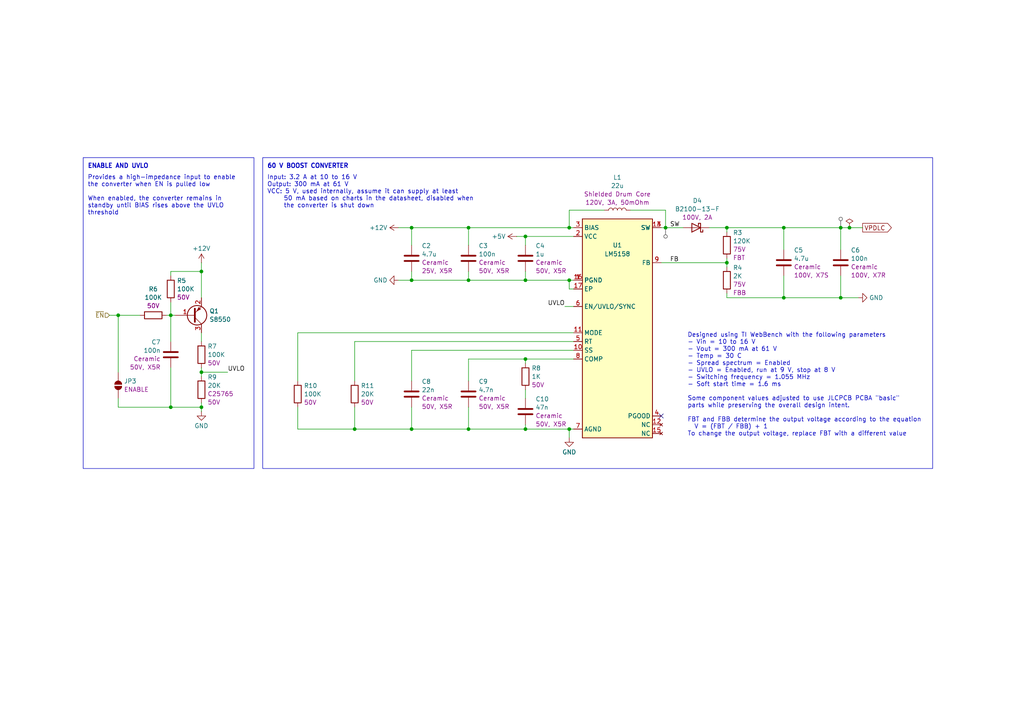
<source format=kicad_sch>
(kicad_sch (version 20231120) (generator "eeschema") (generator_version "8.0")
  (paper "A4")
  (title_block (title "PDLC Driver Boost Converter"))
  (lib_symbols
    (symbol "Device:C" (pin_numbers hide) (pin_names (offset 0.254))
      (property "Reference" "C" (at 0.635 2.54 0))
      (property "Value" "C" (at 0.635 -2.54 0))
      (symbol "C_0_1"
        (polyline (pts (xy -2.032 -0.762) (xy 2.032 -0.762)) (stroke (width 0.508)))
        (polyline (pts (xy -2.032 0.762) (xy 2.032 0.762)) (stroke (width 0.508)))
      )
      (symbol "C_1_1"
        (pin passive line (at 0 3.81 270) (length 2.794) (name "~") (number "1"))
        (pin passive line (at 0 -3.81 90) (length 2.794) (name "~") (number "2"))
      )
    )
    (symbol "Device:D_Schottky" (pin_numbers hide) (pin_names (offset 1.016) hide)
      (property "Reference" "D" (at 0 2.54 0))
      (property "Value" "D_Schottky" (at 0 -2.54 0))
      (symbol "D_Schottky_0_1"
        (polyline (pts (xy 1.27 0) (xy -1.27 0)))
        (polyline (pts (xy 1.27 1.27) (xy 1.27 -1.27) (xy -1.27 0) (xy 1.27 1.27)) (stroke (width 0.254)))
        (polyline (pts (xy -1.905 0.635) (xy -1.905 1.27) (xy -1.27 1.27) (xy -1.27 -1.27) (xy -0.635 -1.27) (xy -0.635 -0.635)) (stroke (width 0.254)))
      )
      (symbol "D_Schottky_1_1"
        (pin passive line (at -3.81 0 0) (length 2.54) (name "K") (number "1"))
        (pin passive line (at 3.81 0 180) (length 2.54) (name "A") (number "2"))
      )
    )
    (symbol "Device:L" (pin_numbers hide) (pin_names (offset 1.016) hide)
      (property "Reference" "L" (at -1.27 0 90))
      (property "Value" "L" (at 1.905 0 90))
      (symbol "L_0_1"
        (arc (start 0 -2.54) (mid 0.6323 -1.905) (end 0 -1.27))
        (arc (start 0 -1.27) (mid 0.6323 -0.635) (end 0 0))
        (arc (start 0 0) (mid 0.6323 0.635) (end 0 1.27))
        (arc (start 0 1.27) (mid 0.6323 1.905) (end 0 2.54))
      )
      (symbol "L_1_1"
        (pin passive line (at 0 3.81 270) (length 1.27) (name "1") (number "1"))
        (pin passive line (at 0 -3.81 90) (length 1.27) (name "2") (number "2"))
      )
    )
    (symbol "Device:R" (pin_numbers hide) (pin_names (offset 0))
      (property "Reference" "R" (at 2.032 0 90))
      (property "Value" "R" (at 0 0 90))
      (symbol "R_0_1"
        (rectangle (start -1.016 -2.54) (end 1.016 2.54) (stroke (width 0.254)))
      )
      (symbol "R_1_1"
        (pin passive line (at 0 3.81 270) (length 1.27) (name "~") (number "1"))
        (pin passive line (at 0 -3.81 90) (length 1.27) (name "~") (number "2"))
      )
    )
    (symbol "Jumper:SolderJumper_2_Open" (pin_numbers hide) (pin_names (offset 0) hide) (exclude_from_sim yes) (in_bom no)
      (property "Reference" "JP" (at 0 2.032 0))
      (property "Value" "SolderJumper_2_Open" (at 0 -2.54 0))
      (symbol "SolderJumper_2_Open_0_1"
        (arc (start -0.254 1.016) (mid -1.2656 0) (end -0.254 -1.016))
        (arc (start -0.254 1.016) (mid -1.2656 0) (end -0.254 -1.016) (fill (type outline)))
        (polyline (pts (xy -0.254 1.016) (xy -0.254 -1.016)))
        (polyline (pts (xy 0.254 1.016) (xy 0.254 -1.016)))
        (arc (start 0.254 -1.016) (mid 1.2656 0) (end 0.254 1.016))
        (arc (start 0.254 -1.016) (mid 1.2656 0) (end 0.254 1.016) (fill (type outline)))
      )
      (symbol "SolderJumper_2_Open_1_1"
        (pin passive line (at -3.81 0 0) (length 2.54) (name "A") (number "1"))
        (pin passive line (at 3.81 0 180) (length 2.54) (name "B") (number "2"))
      )
    )
    (symbol "LM5158:LM5158"
      (property "Reference" "U" (at 0 8.128 0))
      (property "Value" "LM5158" (at -0.254 5.588 0))
      (symbol "LM5158_0_0"
        (pin power_in line (at -12.7 -2.54 0) (length 2.54) (name "PGND") (number "1"))
        (pin input line (at -12.7 -22.86 0) (length 2.54) (name "SS") (number "10"))
        (pin input line (at -12.7 -17.78 0) (length 2.54) (name "MODE") (number "11"))
        (pin no_connect line (at 12.7 -44.45 180) (length 2.54) (name "NC") (number "12"))
        (pin power_out line (at 12.7 12.7 180) (length 2.54) (name "SW") (number "13"))
        (pin power_out line (at 12.7 12.7 180) (length 2.54) (name "SW") (number "14"))
        (pin no_connect line (at 12.7 -46.99 180) (length 2.54) (name "NC") (number "15"))
        (pin power_in line (at -12.7 -2.54 0) (length 2.54) (name "PGND") (number "16"))
        (pin power_in line (at -12.7 -5.08 0) (length 2.54) (name "EP") (number "17"))
        (pin power_out line (at -12.7 10.16 0) (length 2.54) (name "VCC") (number "2"))
        (pin output line (at 12.7 -41.91 180) (length 2.54) (name "PGOOD") (number "4"))
        (pin input line (at -12.7 -20.32 0) (length 2.54) (name "RT") (number "5"))
        (pin input line (at -12.7 -10.16 0) (length 2.54) (name "EN/UVLO/SYNC") (number "6"))
        (pin power_in line (at -12.7 -45.72 0) (length 2.54) (name "AGND") (number "7"))
        (pin output line (at -12.7 -25.4 0) (length 2.54) (name "COMP") (number "8"))
        (pin input line (at 12.7 2.54 180) (length 2.54) (name "FB") (number "9"))
      )
      (symbol "LM5158_0_1"
        (rectangle (start -10.16 15.24) (end 10.16 -48.26) (stroke (width 0.254)) (fill (type background)))
      )
      (symbol "LM5158_1_0"
        (pin power_in line (at -12.7 12.7 0) (length 2.54) (name "BIAS") (number "3"))
      )
    )
    (symbol "Transistor_BJT:SS8550" (pin_names (offset 0) hide)
      (property "Reference" "Q" (at 5.08 1.905 0))
      (property "Value" "SS8550" (at 5.08 0 0))
      (symbol "SS8550_0_1"
        (polyline (pts (xy 0.635 0.635) (xy 2.54 2.54)))
        (polyline (pts (xy 0.635 -0.635) (xy 2.54 -2.54) (xy 2.54 -2.54)))
        (polyline (pts (xy 0.635 1.905) (xy 0.635 -1.905) (xy 0.635 -1.905)) (stroke (width 0.508)))
        (polyline (pts (xy 2.286 -1.778) (xy 1.778 -2.286) (xy 1.27 -1.27) (xy 2.286 -1.778) (xy 2.286 -1.778)) (fill (type outline)))
        (circle (center 1.27 0) (radius 2.8194) (stroke (width 0.254)))
      )
      (symbol "SS8550_1_1"
        (pin input line (at -5.08 0 0) (length 5.715) (name "B") (number "1"))
        (pin passive line (at 2.54 -5.08 90) (length 2.54) (name "E") (number "2"))
        (pin passive line (at 2.54 5.08 270) (length 2.54) (name "C") (number "3"))
      )
    )
    (symbol "power:+12V" (power) (pin_numbers hide) (pin_names (offset 0) hide)
      (property "Value" "+12V" (at 0 3.556 0))
      (symbol "+12V_0_1"
        (polyline (pts (xy -0.762 1.27) (xy 0 2.54)))
        (polyline (pts (xy 0 0) (xy 0 2.54)))
        (polyline (pts (xy 0 2.54) (xy 0.762 1.27)))
      )
      (symbol "+12V_1_1"
        (pin power_in line (at 0 0 90) (length 0) (name "~") (number "1"))
      )
    )
    (symbol "power:+5V" (power) (pin_numbers hide) (pin_names (offset 0) hide)
      (property "Value" "+5V" (at 0 3.556 0))
      (symbol "+5V_0_1"
        (polyline (pts (xy -0.762 1.27) (xy 0 2.54)))
        (polyline (pts (xy 0 0) (xy 0 2.54)))
        (polyline (pts (xy 0 2.54) (xy 0.762 1.27)))
      )
      (symbol "+5V_1_1"
        (pin power_in line (at 0 0 90) (length 0) (name "~") (number "1"))
      )
    )
    (symbol "power:GND" (power) (pin_numbers hide) (pin_names (offset 0) hide)
      (property "Value" "GND" (at 0 -3.81 0))
      (symbol "GND_0_1"
        (polyline (pts (xy 0 0) (xy 0 -1.27) (xy 1.27 -1.27) (xy 0 -2.54) (xy -1.27 -1.27) (xy 0 -1.27)))
      )
      (symbol "GND_1_1"
        (pin power_in line (at 0 0 270) (length 0) (name "~") (number "1"))
      )
    )
    (symbol "power:PWR_FLAG" (power) (pin_numbers hide) (pin_names (offset 0) hide)
      (property "Value" "PWR_FLAG" (at 0 3.81 0))
      (symbol "PWR_FLAG_0_0"
        (pin power_out line (at 0 0 90) (length 0) (name "~") (number "1"))
      )
      (symbol "PWR_FLAG_0_1"
        (polyline (pts (xy 0 0) (xy 0 1.27) (xy -1.016 1.905) (xy 0 2.54) (xy 1.016 1.905) (xy 0 1.27)))
      )
    )
  )
  (junction (at 49.53 118.11))
  (junction (at 135.89 81.28))
  (junction (at 135.89 66.04))
  (junction (at 102.87 124.46))
  (junction (at 152.4 124.46))
  (junction (at 119.38 66.04))
  (junction (at 210.82 66.04))
  (junction (at 165.1 124.46))
  (junction (at 58.42 118.11))
  (junction (at 243.84 66.04))
  (junction (at 135.89 124.46))
  (junction (at 193.04 66.04))
  (junction (at 227.33 86.36))
  (junction (at 34.29 91.44))
  (junction (at 243.84 86.36))
  (junction (at 152.4 68.58))
  (junction (at 152.4 81.28))
  (junction (at 58.42 107.95))
  (junction (at 119.38 81.28))
  (junction (at 49.53 91.44))
  (junction (at 246.38 66.04))
  (junction (at 58.42 78.74))
  (junction (at 210.82 76.2))
  (junction (at 165.1 66.04))
  (junction (at 165.1 81.28))
  (junction (at 152.4 104.14))
  (junction (at 119.38 124.46))
  (junction (at 227.33 66.04))
  (no_connect (at 191.77 120.65))
  (wire (pts (xy 165.1 81.28) (xy 166.37 81.28)))
  (wire (pts (xy 31.75 91.44) (xy 34.29 91.44)))
  (wire (pts (xy 49.53 118.11) (xy 58.42 118.11)))
  (wire (pts (xy 166.37 99.06) (xy 102.87 99.06)))
  (wire (pts (xy 34.29 91.44) (xy 34.29 107.95)))
  (wire (pts (xy 165.1 124.46) (xy 152.4 124.46)))
  (wire (pts (xy 119.38 101.6) (xy 166.37 101.6)))
  (wire (pts (xy 152.4 104.14) (xy 152.4 105.41)))
  (wire (pts (xy 152.4 104.14) (xy 135.89 104.14)))
  (wire (pts (xy 210.82 76.2) (xy 210.82 77.47)))
  (wire (pts (xy 227.33 80.01) (xy 227.33 86.36)))
  (wire (pts (xy 166.37 104.14) (xy 152.4 104.14)))
  (wire (pts (xy 119.38 118.11) (xy 119.38 124.46)))
  (wire (pts (xy 119.38 66.04) (xy 119.38 71.12)))
  (wire (pts (xy 246.38 66.04) (xy 243.84 66.04)))
  (wire (pts (xy 34.29 91.44) (xy 40.64 91.44)))
  (wire (pts (xy 227.33 66.04) (xy 227.33 72.39)))
  (wire (pts (xy 163.83 88.9) (xy 166.37 88.9)))
  (wire (pts (xy 102.87 124.46) (xy 86.36 124.46)))
  (wire (pts (xy 119.38 124.46) (xy 102.87 124.46)))
  (wire (pts (xy 102.87 99.06) (xy 102.87 110.49)))
  (wire (pts (xy 135.89 71.12) (xy 135.89 66.04)))
  (wire (pts (xy 86.36 110.49) (xy 86.36 96.52)))
  (wire (pts (xy 58.42 78.74) (xy 58.42 86.36)))
  (wire (pts (xy 58.42 76.2) (xy 58.42 78.74)))
  (wire (pts (xy 86.36 118.11) (xy 86.36 124.46)))
  (wire (pts (xy 135.89 124.46) (xy 119.38 124.46)))
  (wire (pts (xy 165.1 83.82) (xy 165.1 81.28)))
  (wire (pts (xy 227.33 86.36) (xy 243.84 86.36)))
  (wire (pts (xy 165.1 66.04) (xy 166.37 66.04)))
  (wire (pts (xy 115.57 66.04) (xy 119.38 66.04)))
  (wire (pts (xy 58.42 107.95) (xy 66.04 107.95)))
  (wire (pts (xy 49.53 91.44) (xy 50.8 91.44)))
  (wire (pts (xy 119.38 81.28) (xy 135.89 81.28)))
  (wire (pts (xy 152.4 81.28) (xy 135.89 81.28)))
  (wire (pts (xy 135.89 104.14) (xy 135.89 110.49)))
  (wire (pts (xy 86.36 96.52) (xy 166.37 96.52)))
  (wire (pts (xy 165.1 124.46) (xy 166.37 124.46)))
  (wire (pts (xy 152.4 123.19) (xy 152.4 124.46)))
  (wire (pts (xy 58.42 107.95) (xy 58.42 109.22)))
  (wire (pts (xy 165.1 60.96) (xy 165.1 66.04)))
  (wire (pts (xy 58.42 116.84) (xy 58.42 118.11)))
  (wire (pts (xy 34.29 115.57) (xy 34.29 118.11)))
  (wire (pts (xy 58.42 106.68) (xy 58.42 107.95)))
  (wire (pts (xy 246.38 66.04) (xy 250.19 66.04)))
  (wire (pts (xy 182.88 60.96) (xy 193.04 60.96)))
  (wire (pts (xy 135.89 81.28) (xy 135.89 78.74)))
  (wire (pts (xy 58.42 96.52) (xy 58.42 99.06)))
  (wire (pts (xy 119.38 81.28) (xy 119.38 78.74)))
  (wire (pts (xy 210.82 66.04) (xy 227.33 66.04)))
  (wire (pts (xy 115.57 81.28) (xy 119.38 81.28)))
  (wire (pts (xy 49.53 80.01) (xy 49.53 78.74)))
  (wire (pts (xy 227.33 66.04) (xy 243.84 66.04)))
  (wire (pts (xy 166.37 83.82) (xy 165.1 83.82)))
  (wire (pts (xy 119.38 66.04) (xy 135.89 66.04)))
  (wire (pts (xy 49.53 78.74) (xy 58.42 78.74)))
  (wire (pts (xy 149.86 68.58) (xy 152.4 68.58)))
  (wire (pts (xy 243.84 80.01) (xy 243.84 86.36)))
  (wire (pts (xy 152.4 113.03) (xy 152.4 115.57)))
  (wire (pts (xy 210.82 74.93) (xy 210.82 76.2)))
  (wire (pts (xy 205.74 66.04) (xy 210.82 66.04)))
  (wire (pts (xy 210.82 66.04) (xy 210.82 67.31)))
  (wire (pts (xy 210.82 86.36) (xy 227.33 86.36)))
  (wire (pts (xy 243.84 86.36) (xy 248.92 86.36)))
  (wire (pts (xy 193.04 60.96) (xy 193.04 66.04)))
  (wire (pts (xy 165.1 124.46) (xy 165.1 127)))
  (wire (pts (xy 135.89 118.11) (xy 135.89 124.46)))
  (wire (pts (xy 152.4 71.12) (xy 152.4 68.58)))
  (wire (pts (xy 175.26 60.96) (xy 165.1 60.96)))
  (wire (pts (xy 243.84 66.04) (xy 243.84 72.39)))
  (wire (pts (xy 152.4 68.58) (xy 166.37 68.58)))
  (wire (pts (xy 210.82 86.36) (xy 210.82 85.09)))
  (wire (pts (xy 48.26 91.44) (xy 49.53 91.44)))
  (wire (pts (xy 152.4 81.28) (xy 165.1 81.28)))
  (wire (pts (xy 49.53 91.44) (xy 49.53 99.06)))
  (wire (pts (xy 49.53 87.63) (xy 49.53 91.44)))
  (wire (pts (xy 193.04 66.04) (xy 191.77 66.04)))
  (wire (pts (xy 58.42 118.11) (xy 58.42 119.38)))
  (wire (pts (xy 49.53 106.68) (xy 49.53 118.11)))
  (wire (pts (xy 34.29 118.11) (xy 49.53 118.11)))
  (wire (pts (xy 193.04 66.04) (xy 198.12 66.04)))
  (wire (pts (xy 119.38 110.49) (xy 119.38 101.6)))
  (wire (pts (xy 102.87 118.11) (xy 102.87 124.46)))
  (wire (pts (xy 152.4 124.46) (xy 135.89 124.46)))
  (wire (pts (xy 135.89 66.04) (xy 165.1 66.04)))
  (wire (pts (xy 152.4 81.28) (xy 152.4 78.74)))
  (wire (pts (xy 191.77 76.2) (xy 210.82 76.2)))
  (rectangle (start 24.13 45.72) (end 73.66 135.89))
  (rectangle (start 76.2 45.72) (end 270.51 135.89))
  (text "60 V BOOST CONVERTER" (at 77.47 48.26 0) (effects (font (size 1.27 1.27) (thickness 0.254) (bold yes)) (justify left)))
  (text "Provides a high-impedance input to enable\nthe converter when EN is pulled low\n\nWhen enabled, the converter remains in\nstandby until BIAS rises above the UVLO\nthreshold" (at 25.4 50.8 0) (effects (font (size 1.27 1.27) (thickness 0.1588)) (justify left top)))
  (text "Designed using TI WebBench with the following parameters\n- Vin = 10 to 16 V\n- Vout = 300 mA at 61 V\n- Temp = 30 C\n- Spread spectrum = Enabled\n- UVLO = Enabled, run at 9 V, stop at 8 V\n- Switching frequency = 1.055 MHz\n- Soft start time = 1.6 ms\n\nSome component values adjusted to use JLCPCB PCBA \"basic\"\nparts while preserving the overall design intent.\n\nFBT and FBB determine the output voltage according to the equation\n  V = (FBT / FBB) + 1\nTo change the output voltage, replace FBT with a different value" (at 199.39 96.52 0) (effects (font (size 1.27 1.27)) (justify left top)))
  (text "ENABLE AND UVLO" (at 25.4 48.26 0) (effects (font (size 1.27 1.27) (thickness 0.254) (bold yes)) (justify left)))
  (text "Input: 3.2 A at 10 to 16 V\nOutput: 300 mA at 61 V\nVCC: 5 V, used internally, assume it can supply at least\n	50 mA based on charts in the datasheet, disabled when\n	the converter is shut down\n" (at 77.47 50.8 0) (effects (font (size 1.27 1.27) (thickness 0.1588)) (justify left top)))
  (label "FB" (at 194.31 76.2 0))
  (label "SW" (at 194.31 66.04 0))
  (label "UVLO" (at 66.04 107.95 0))
  (label "UVLO" (at 163.83 88.9 180))
  (global_label "VPDLC" (shape output) (at 250.19 66.04 0) (property "Intersheetrefs" "${INTERSHEET_REFS}" (effects (hide yes))))
  (hierarchical_label "~{EN}" (shape input) (at 31.75 91.44 180))
  (netclass_flag "" (length 2.54) (shape round) (at 243.84 66.04 0) (property "Netclass" "High Voltage" (effects (hide yes))))
  (netclass_flag "" (length 2.54) (shape round) (at 193.04 66.04 180) (property "Netclass" "High Voltage" (effects (hide yes))))
  (symbol (lib_id "Device:C") (at 119.38 114.3 0) (unit 1)
    (property "Reference" "C8" (at 122.301 110.6635 0) (effects (justify left)))
    (property "Value" "22n" (at 122.301 113.0878 0) (effects (justify left)))
    (property "Footprint" "Capacitor_SMD:C_0402_1005Metric" (effects (hide yes)))
    (property "Description" "Unpolarized capacitor" (effects (hide yes)))
    (property "Type" "Ceramic" (at 122.301 115.5121 0) (effects (justify left)))
    (property "Rating" "50V, X5R" (at 122.301 117.9364 0) (effects (justify left)))
    (property "LCSC" "C1532" (effects (hide yes)))
  )
  (symbol (lib_id "Device:C") (at 227.33 76.2 0) (unit 1)
    (property "Reference" "C5" (at 230.251 72.5635 0) (effects (justify left)))
    (property "Value" "4.7u" (at 230.251 74.9878 0) (effects (justify left)))
    (property "Footprint" "Capacitor_SMD:C_1210_3225Metric" (effects (hide yes)))
    (property "Description" "Unpolarized capacitor" (effects (hide yes)))
    (property "Type" "Ceramic" (at 230.251 77.4121 0) (effects (justify left)))
    (property "Rating" "100V, X7S" (at 230.251 79.8364 0) (effects (justify left)))
    (property "LCSC" "C2803397" (effects (hide yes)))
  )
  (symbol (lib_id "power:PWR_FLAG") (at 246.38 66.04 0) (unit 1)
    (property "Reference" "#FLG03" (effects (hide yes)))
    (property "Value" "PWR_FLAG" (effects (hide yes)))
    (property "Description" "Special symbol for telling ERC where power comes from" (effects (hide yes)))
  )
  (symbol (lib_id "Jumper:SolderJumper_2_Open") (at 34.29 111.76 90) (mirror x) (unit 1) (exclude_from_sim yes) (in_bom no)
    (property "Reference" "JP3" (at 35.941 110.5478 90) (effects (justify right)))
    (property "Value" "SolderJumper_2_Open" (effects (hide yes)))
    (property "Footprint" "Jumper:SolderJumper-2_P1.3mm_Open_TrianglePad1.0x1.5mm" (effects (hide yes)))
    (property "Description" "Solder Jumper, 2-pole, open" (effects (hide yes)))
    (property "Label" "ENABLE" (at 35.941 112.9721 90) (effects (justify right)))
  )
  (symbol (lib_id "Device:C") (at 243.84 76.2 0) (unit 1)
    (property "Reference" "C6" (at 246.761 72.5635 0) (effects (justify left)))
    (property "Value" "100n" (at 246.761 74.9878 0) (effects (justify left)))
    (property "Footprint" "Capacitor_SMD:C_0805_2012Metric" (effects (hide yes)))
    (property "Description" "Unpolarized capacitor" (effects (hide yes)))
    (property "Type" "Ceramic" (at 246.761 77.4121 0) (effects (justify left)))
    (property "Rating" "100V, X7R" (at 246.761 79.8364 0) (effects (justify left)))
    (property "LCSC" "C28233" (effects (hide yes)))
  )
  (symbol (lib_id "Device:R") (at 210.82 81.28 0) (unit 1)
    (property "Reference" "R4" (at 212.598 77.6435 0) (effects (justify left)))
    (property "Value" "2K" (at 212.598 80.0678 0) (effects (justify left)))
    (property "Footprint" "Resistor_SMD:R_0603_1608Metric" (effects (hide yes)))
    (property "Description" "Resistor" (effects (hide yes)))
    (property "Rating" "75V" (at 212.598 82.4921 0) (effects (justify left)))
    (property "LCSC" "C22975" (effects (hide yes)))
    (property "Label" "FBB" (at 212.598 84.9164 0) (effects (justify left)))
  )
  (symbol (lib_id "Device:R") (at 102.87 114.3 180) (unit 1)
    (property "Reference" "R11" (at 104.648 111.8757 0) (effects (justify right)))
    (property "Value" "20K" (at 104.648 114.3 0) (effects (justify right)))
    (property "Footprint" "Resistor_SMD:R_0402_1005Metric" (effects (hide yes)))
    (property "Description" "Resistor" (effects (hide yes)))
    (property "LCSC" "C25765" (effects (hide yes)))
    (property "Rating" "50V" (at 104.648 116.7243 0) (effects (justify right)))
  )
  (symbol (lib_id "Device:C") (at 119.38 74.93 0) (unit 1)
    (property "Reference" "C2" (at 122.301 71.2935 0) (effects (justify left)))
    (property "Value" "4.7u" (at 122.301 73.7178 0) (effects (justify left)))
    (property "Footprint" "Capacitor_SMD:C_0805_2012Metric" (effects (hide yes)))
    (property "Description" "Unpolarized capacitor" (effects (hide yes)))
    (property "Type" "Ceramic" (at 122.301 76.1421 0) (effects (justify left)))
    (property "Rating" "25V, X5R" (at 122.301 78.5664 0) (effects (justify left)))
    (property "LCSC" "C1779" (effects (hide yes)))
  )
  (symbol (lib_id "power:+5V") (at 149.86 68.58 90) (unit 1)
    (property "Reference" "#PWR09" (effects (hide yes)))
    (property "Value" "+5V" (at 146.6851 68.58 90) (effects (justify left)))
    (property "Description" "Power symbol creates a global label with name \"+5V\"" (effects (hide yes)))
  )
  (symbol (lib_id "Device:R") (at 58.42 113.03 0) (unit 1)
    (property "Reference" "R9" (at 60.198 109.3935 0) (effects (justify left)))
    (property "Value" "20K" (at 60.198 111.8178 0) (effects (justify left)))
    (property "Footprint" "Resistor_SMD:R_0402_1005Metric" (effects (hide yes)))
    (property "Description" "Resistor" (effects (hide yes)))
    (property "LCSC" "C25765" (at 60.198 114.2421 0) (effects (justify left)))
    (property "Rating" "50V" (at 60.198 116.6664 0) (effects (justify left)))
  )
  (symbol (lib_id "Device:C") (at 152.4 119.38 0) (unit 1)
    (property "Reference" "C10" (at 155.321 115.7435 0) (effects (justify left)))
    (property "Value" "47n" (at 155.321 118.1678 0) (effects (justify left)))
    (property "Footprint" "Capacitor_SMD:C_0603_1608Metric" (effects (hide yes)))
    (property "Description" "Unpolarized capacitor" (effects (hide yes)))
    (property "Type" "Ceramic" (at 155.321 120.5921 0) (effects (justify left)))
    (property "Rating" "50V, X5R" (at 155.321 123.0164 0) (effects (justify left)))
    (property "LCSC" "C1622" (effects (hide yes)))
  )
  (symbol (lib_id "Device:R") (at 58.42 102.87 0) (unit 1)
    (property "Reference" "R7" (at 60.198 100.4457 0) (effects (justify left)))
    (property "Value" "100K" (at 60.198 102.87 0) (effects (justify left)))
    (property "Footprint" "Resistor_SMD:R_0402_1005Metric" (effects (hide yes)))
    (property "Description" "Resistor" (effects (hide yes)))
    (property "LCSC" "C25741" (effects (hide yes)))
    (property "Rating" "50V" (at 60.198 105.2943 0) (effects (justify left)))
  )
  (symbol (lib_id "power:GND") (at 165.1 127 0) (unit 1)
    (property "Reference" "#PWR014" (effects (hide yes)))
    (property "Value" "GND" (at 165.1 131.1331 0))
    (property "Description" "Power symbol creates a global label with name \"GND\" , ground" (effects (hide yes)))
  )
  (symbol (lib_id "Device:R") (at 210.82 71.12 0) (unit 1)
    (property "Reference" "R3" (at 212.598 67.4835 0) (effects (justify left)))
    (property "Value" "120K" (at 212.598 69.9078 0) (effects (justify left)))
    (property "Footprint" "Resistor_SMD:R_0603_1608Metric" (effects (hide yes)))
    (property "Description" "Resistor" (effects (hide yes)))
    (property "Rating" "75V" (at 212.598 72.3321 0) (effects (justify left)))
    (property "LCSC" "C25808" (effects (hide yes)))
    (property "Label" "FBT" (at 212.598 74.7564 0) (effects (justify left)))
  )
  (symbol (lib_id "Transistor_BJT:SS8550") (at 55.88 91.44 0) (mirror x) (unit 1)
    (property "Reference" "Q1" (at 60.7314 90.2278 0) (effects (justify left)))
    (property "Value" "S8550" (at 60.7314 92.6521 0) (effects (justify left)))
    (property "Footprint" "Package_TO_SOT_SMD:SOT-23" (effects (hide yes)))
    (property "Datasheet" "http://www.secosgmbh.com/datasheet/products/SSMPTransistor/SOT-23/SS8550.pdf" (effects (hide yes)))
    (property "Description" "General Purpose PNP Transistor, 1.5A Ic, 25V Vce, SOT-23" (effects (hide yes)))
    (property "LCSC" "C105432" (effects (hide yes)))
  )
  (symbol (lib_id "Device:R") (at 49.53 83.82 0) (unit 1)
    (property "Reference" "R5" (at 51.308 81.3957 0) (effects (justify left)))
    (property "Value" "100K" (at 51.308 83.82 0) (effects (justify left)))
    (property "Footprint" "Resistor_SMD:R_0402_1005Metric" (effects (hide yes)))
    (property "Description" "Resistor" (effects (hide yes)))
    (property "LCSC" "C25741" (effects (hide yes)))
    (property "Rating" "50V" (at 51.308 86.2443 0) (effects (justify left)))
  )
  (symbol (lib_id "Device:C") (at 152.4 74.93 0) (unit 1)
    (property "Reference" "C4" (at 155.321 71.2935 0) (effects (justify left)))
    (property "Value" "1u" (at 155.321 73.7178 0) (effects (justify left)))
    (property "Footprint" "Capacitor_SMD:C_0603_1608Metric" (effects (hide yes)))
    (property "Description" "Unpolarized capacitor" (effects (hide yes)))
    (property "Type" "Ceramic" (at 155.321 76.1421 0) (effects (justify left)))
    (property "Rating" "50V, X5R" (at 155.321 78.5664 0) (effects (justify left)))
    (property "LCSC" "C15849" (effects (hide yes)))
  )
  (symbol (lib_id "Device:C") (at 135.89 114.3 0) (unit 1)
    (property "Reference" "C9" (at 138.811 110.6635 0) (effects (justify left)))
    (property "Value" "4.7n" (at 138.811 113.0878 0) (effects (justify left)))
    (property "Footprint" "Capacitor_SMD:C_0402_1005Metric" (effects (hide yes)))
    (property "Description" "Unpolarized capacitor" (effects (hide yes)))
    (property "Type" "Ceramic" (at 138.811 115.5121 0) (effects (justify left)))
    (property "Rating" "50V, X5R" (at 138.811 117.9364 0) (effects (justify left)))
    (property "LCSC" "C1538" (effects (hide yes)))
  )
  (symbol (lib_id "Device:R") (at 152.4 109.22 180) (unit 1)
    (property "Reference" "R8" (at 154.178 106.7957 0) (effects (justify right)))
    (property "Value" "1K" (at 154.178 109.22 0) (effects (justify right)))
    (property "Footprint" "Resistor_SMD:R_0402_1005Metric" (effects (hide yes)))
    (property "Description" "Resistor" (effects (hide yes)))
    (property "LCSC" "C11702" (effects (hide yes)))
    (property "Rating" "50V" (at 154.178 111.6443 0) (effects (justify right)))
  )
  (symbol (lib_id "Device:R") (at 44.45 91.44 90) (unit 1)
    (property "Reference" "R6" (at 44.45 83.8553 90))
    (property "Value" "100K" (at 44.45 86.2796 90))
    (property "Footprint" "Resistor_SMD:R_0402_1005Metric" (effects (hide yes)))
    (property "Description" "Resistor" (effects (hide yes)))
    (property "LCSC" "C25741" (effects (hide yes)))
    (property "Rating" "50V" (at 44.45 88.7039 90))
  )
  (symbol (lib_id "Device:R") (at 86.36 114.3 180) (unit 1)
    (property "Reference" "R10" (at 88.138 111.8757 0) (effects (justify right)))
    (property "Value" "100K" (at 88.138 114.3 0) (effects (justify right)))
    (property "Footprint" "Resistor_SMD:R_0402_1005Metric" (effects (hide yes)))
    (property "Description" "Resistor" (effects (hide yes)))
    (property "LCSC" "C25741" (effects (hide yes)))
    (property "Rating" "50V" (at 88.138 116.7243 0) (effects (justify right)))
  )
  (symbol (lib_id "Device:C") (at 49.53 102.87 0) (mirror y) (unit 1)
    (property "Reference" "C7" (at 46.609 99.2335 0) (effects (justify left)))
    (property "Value" "100n" (at 46.609 101.6578 0) (effects (justify left)))
    (property "Footprint" "Capacitor_SMD:C_0402_1005Metric" (effects (hide yes)))
    (property "Description" "Unpolarized capacitor" (effects (hide yes)))
    (property "Type" "Ceramic" (at 46.609 104.0821 0) (effects (justify left)))
    (property "Rating" "50V, X5R" (at 46.609 106.5064 0) (effects (justify left)))
    (property "LCSC" "C307331" (effects (hide yes)))
  )
  (symbol (lib_id "power:GND") (at 58.42 119.38 0) (unit 1)
    (property "Reference" "#PWR013" (effects (hide yes)))
    (property "Value" "GND" (at 58.42 123.5131 0))
    (property "Description" "Power symbol creates a global label with name \"GND\" , ground" (effects (hide yes)))
  )
  (symbol (lib_id "LM5158:LM5158") (at 179.07 78.74 0) (unit 1)
    (property "Reference" "U1" (at 179.07 71.12 0))
    (property "Value" "LM5158" (at 179.07 73.66 0))
    (property "Footprint" "LM5158:LM5158" (effects (hide yes)))
    (property "Datasheet" "https://www.ti.com/lit/ds/symlink/lm5158.pdf" (effects (hide yes)))
    (property "Description" "LM5158x 2.2-MHz Wide VIN 85-V Output Boost/SEPIC/Flyback Converter with Dual Random Spread Spectrum" (effects (hide yes)))
    (property "LCSC" "C3188433" (effects (hide yes)))
  )
  (symbol (lib_id "power:GND") (at 115.57 81.28 270) (unit 1)
    (property "Reference" "#PWR011" (effects (hide yes)))
    (property "Value" "GND" (at 112.3951 81.28 90) (effects (justify right)))
    (property "Description" "Power symbol creates a global label with name \"GND\" , ground" (effects (hide yes)))
  )
  (symbol (lib_id "power:+12V") (at 58.42 76.2 0) (unit 1)
    (property "Reference" "#PWR010" (effects (hide yes)))
    (property "Value" "+12V" (at 58.42 72.0669 0))
    (property "Description" "Power symbol creates a global label with name \"+12V\"" (effects (hide yes)))
  )
  (symbol (lib_id "Device:C") (at 135.89 74.93 0) (unit 1)
    (property "Reference" "C3" (at 138.811 71.2935 0) (effects (justify left)))
    (property "Value" "100n" (at 138.811 73.7178 0) (effects (justify left)))
    (property "Footprint" "Capacitor_SMD:C_0603_1608Metric" (effects (hide yes)))
    (property "Description" "Unpolarized capacitor" (effects (hide yes)))
    (property "Type" "Ceramic" (at 138.811 76.1421 0) (effects (justify left)))
    (property "Rating" "50V, X5R" (at 138.811 78.5664 0) (effects (justify left)))
    (property "LCSC" "C14663" (effects (hide yes)))
  )
  (symbol (lib_id "Device:D_Schottky") (at 201.93 66.04 180) (unit 1)
    (property "Reference" "D4" (at 202.2475 58.2013 0))
    (property "Value" "B2100-13-F" (at 202.2475 60.6256 0))
    (property "Footprint" "Diode_SMD:D_SMB" (effects (hide yes)))
    (property "Datasheet" "https://www.diodes.com/assets/Datasheets/ds30021.pdf" (effects (hide yes)))
    (property "Description" "Schottky diode" (effects (hide yes)))
    (property "Rating" "100V, 2A" (at 202.2475 63.0499 0))
    (property "LCSC" "C110479" (effects (hide yes)))
  )
  (symbol (lib_id "power:+12V") (at 115.57 66.04 90) (unit 1)
    (property "Reference" "#PWR08" (effects (hide yes)))
    (property "Value" "+12V" (at 112.395 66.04 90) (effects (justify left)))
    (property "Description" "Power symbol creates a global label with name \"+12V\"" (effects (hide yes)))
  )
  (symbol (lib_id "Device:L") (at 179.07 60.96 90) (unit 1)
    (property "Reference" "L1" (at 179.07 51.4616 90))
    (property "Value" "22u" (at 179.07 53.8859 90))
    (property "Footprint" "WE-PD_1050P:WE-PD_1050P" (effects (hide yes)))
    (property "Datasheet" "https://www.we-online.com/components/products/datasheet/7447714220.pdf" (effects (hide yes)))
    (property "Description" "Inductor" (effects (hide yes)))
    (property "Part" "7447714220" (effects (hide yes)))
    (property "LCSC" "C2651173" (effects (hide yes)))
    (property "Type" "Shielded Drum Core" (at 179.07 56.3102 90))
    (property "Rating" "120V, 3A, 50mOhm" (at 179.07 58.7345 90))
  )
  (symbol (lib_id "power:GND") (at 248.92 86.36 90) (unit 1)
    (property "Reference" "#PWR012" (effects (hide yes)))
    (property "Value" "GND" (at 252.0949 86.36 90) (effects (justify right)))
    (property "Description" "Power symbol creates a global label with name \"GND\" , ground" (effects (hide yes)))
  )
)
</source>
